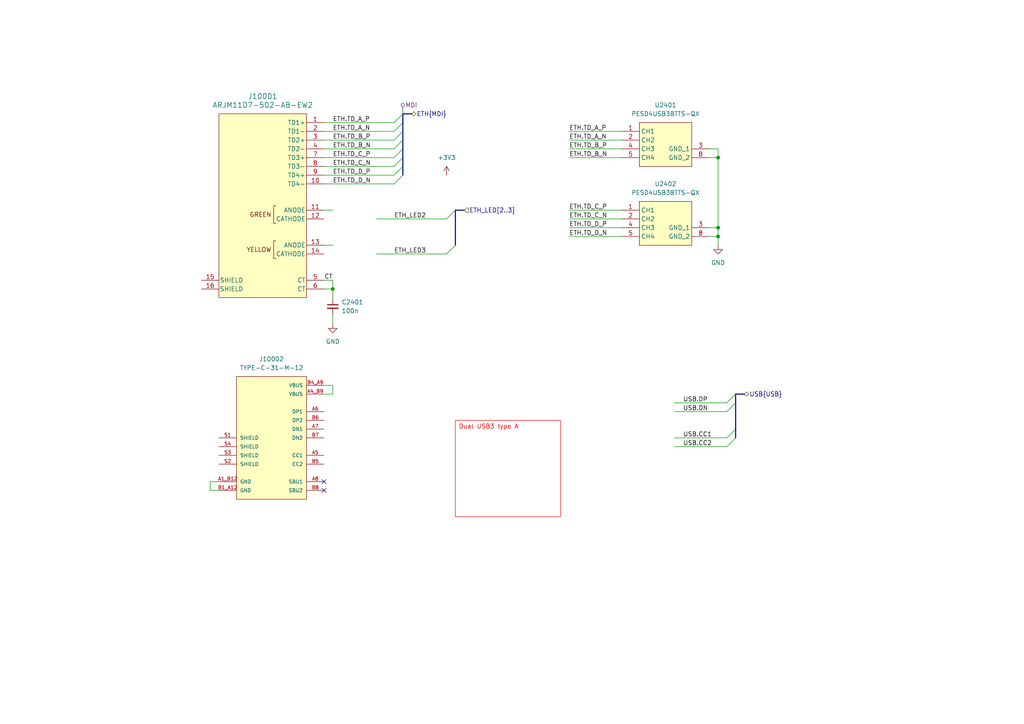
<source format=kicad_sch>
(kicad_sch
	(version 20250114)
	(generator "eeschema")
	(generator_version "9.0")
	(uuid "1ba8258f-488f-42a9-9792-ea177bcf3314")
	(paper "A4")
	(lib_symbols
		(symbol "Device:C_Small"
			(pin_numbers
				(hide yes)
			)
			(pin_names
				(offset 0.254)
				(hide yes)
			)
			(exclude_from_sim no)
			(in_bom yes)
			(on_board yes)
			(property "Reference" "C"
				(at 0.254 1.778 0)
				(effects
					(font
						(size 1.27 1.27)
					)
					(justify left)
				)
			)
			(property "Value" "C_Small"
				(at 0.254 -2.032 0)
				(effects
					(font
						(size 1.27 1.27)
					)
					(justify left)
				)
			)
			(property "Footprint" ""
				(at 0 0 0)
				(effects
					(font
						(size 1.27 1.27)
					)
					(hide yes)
				)
			)
			(property "Datasheet" "~"
				(at 0 0 0)
				(effects
					(font
						(size 1.27 1.27)
					)
					(hide yes)
				)
			)
			(property "Description" "Unpolarized capacitor, small symbol"
				(at 0 0 0)
				(effects
					(font
						(size 1.27 1.27)
					)
					(hide yes)
				)
			)
			(property "ki_keywords" "capacitor cap"
				(at 0 0 0)
				(effects
					(font
						(size 1.27 1.27)
					)
					(hide yes)
				)
			)
			(property "ki_fp_filters" "C_*"
				(at 0 0 0)
				(effects
					(font
						(size 1.27 1.27)
					)
					(hide yes)
				)
			)
			(symbol "C_Small_0_1"
				(polyline
					(pts
						(xy -1.524 0.508) (xy 1.524 0.508)
					)
					(stroke
						(width 0.3048)
						(type default)
					)
					(fill
						(type none)
					)
				)
				(polyline
					(pts
						(xy -1.524 -0.508) (xy 1.524 -0.508)
					)
					(stroke
						(width 0.3302)
						(type default)
					)
					(fill
						(type none)
					)
				)
			)
			(symbol "C_Small_1_1"
				(pin passive line
					(at 0 2.54 270)
					(length 2.032)
					(name "~"
						(effects
							(font
								(size 1.27 1.27)
							)
						)
					)
					(number "1"
						(effects
							(font
								(size 1.27 1.27)
							)
						)
					)
				)
				(pin passive line
					(at 0 -2.54 90)
					(length 2.032)
					(name "~"
						(effects
							(font
								(size 1.27 1.27)
							)
						)
					)
					(number "2"
						(effects
							(font
								(size 1.27 1.27)
							)
						)
					)
				)
			)
			(embedded_fonts no)
		)
		(symbol "ETH-CONN:ARJM11D7-502-AB-EW2"
			(pin_names
				(offset 0.254)
			)
			(exclude_from_sim no)
			(in_bom yes)
			(on_board yes)
			(property "Reference" "J"
				(at 0 5.08 0)
				(effects
					(font
						(size 1.524 1.524)
					)
				)
			)
			(property "Value" "ARJM11D7-502-AB-EW2"
				(at 0 2.54 0)
				(effects
					(font
						(size 1.524 1.524)
					)
				)
			)
			(property "Footprint" "project_footprints:ARJM11D7-502-AB-EW2_ABR"
				(at 0 -55.88 0)
				(effects
					(font
						(size 1.27 1.27)
						(italic yes)
					)
					(hide yes)
				)
			)
			(property "Datasheet" "https://abracon.com/Magnetics/ARJM11.pdf"
				(at 0 -58.42 0)
				(effects
					(font
						(size 1.27 1.27)
						(italic yes)
					)
					(hide yes)
				)
			)
			(property "Description" ""
				(at 0 0 0)
				(effects
					(font
						(size 1.27 1.27)
					)
					(hide yes)
				)
			)
			(property "ki_keywords" "ARJM11D7-502-AB-EW2"
				(at 0 0 0)
				(effects
					(font
						(size 1.27 1.27)
					)
					(hide yes)
				)
			)
			(property "ki_fp_filters" "ARJM11D7-502-AB-EW2_ABR"
				(at 0 0 0)
				(effects
					(font
						(size 1.27 1.27)
					)
					(hide yes)
				)
			)
			(symbol "ARJM11D7-502-AB-EW2_0_1"
				(polyline
					(pts
						(xy -3.81 -26.67) (xy -3.175 -26.67) (xy -3.175 -31.75) (xy -3.81 -31.75)
					)
					(stroke
						(width 0)
						(type default)
					)
					(fill
						(type none)
					)
				)
				(polyline
					(pts
						(xy -3.81 -36.83) (xy -3.175 -36.83) (xy -3.175 -41.91) (xy -3.81 -41.91)
					)
					(stroke
						(width 0)
						(type default)
					)
					(fill
						(type none)
					)
				)
				(pin bidirectional line
					(at -17.78 -2.54 0)
					(length 5.08)
					(name "TD1+"
						(effects
							(font
								(size 1.27 1.27)
							)
						)
					)
					(number "1"
						(effects
							(font
								(size 1.27 1.27)
							)
						)
					)
				)
				(pin bidirectional line
					(at -17.78 -5.08 0)
					(length 5.08)
					(name "TD1-"
						(effects
							(font
								(size 1.27 1.27)
							)
						)
					)
					(number "2"
						(effects
							(font
								(size 1.27 1.27)
							)
						)
					)
				)
				(pin bidirectional line
					(at -17.78 -7.62 0)
					(length 5.08)
					(name "TD2+"
						(effects
							(font
								(size 1.27 1.27)
							)
						)
					)
					(number "3"
						(effects
							(font
								(size 1.27 1.27)
							)
						)
					)
				)
				(pin bidirectional line
					(at -17.78 -10.16 0)
					(length 5.08)
					(name "TD2-"
						(effects
							(font
								(size 1.27 1.27)
							)
						)
					)
					(number "4"
						(effects
							(font
								(size 1.27 1.27)
							)
						)
					)
				)
				(pin bidirectional line
					(at -17.78 -12.7 0)
					(length 5.08)
					(name "TD3+"
						(effects
							(font
								(size 1.27 1.27)
							)
						)
					)
					(number "7"
						(effects
							(font
								(size 1.27 1.27)
							)
						)
					)
				)
				(pin bidirectional line
					(at -17.78 -15.24 0)
					(length 5.08)
					(name "TD3-"
						(effects
							(font
								(size 1.27 1.27)
							)
						)
					)
					(number "8"
						(effects
							(font
								(size 1.27 1.27)
							)
						)
					)
				)
				(pin bidirectional line
					(at -17.78 -17.78 0)
					(length 5.08)
					(name "TD4+"
						(effects
							(font
								(size 1.27 1.27)
							)
						)
					)
					(number "9"
						(effects
							(font
								(size 1.27 1.27)
							)
						)
					)
				)
				(pin bidirectional line
					(at -17.78 -20.32 0)
					(length 5.08)
					(name "TD4-"
						(effects
							(font
								(size 1.27 1.27)
							)
						)
					)
					(number "10"
						(effects
							(font
								(size 1.27 1.27)
							)
						)
					)
				)
				(pin passive line
					(at -17.78 -27.94 0)
					(length 5.08)
					(name "ANODE"
						(effects
							(font
								(size 1.27 1.27)
							)
						)
					)
					(number "11"
						(effects
							(font
								(size 1.27 1.27)
							)
						)
					)
				)
				(pin passive line
					(at -17.78 -30.48 0)
					(length 5.08)
					(name "CATHODE"
						(effects
							(font
								(size 1.27 1.27)
							)
						)
					)
					(number "12"
						(effects
							(font
								(size 1.27 1.27)
							)
						)
					)
				)
				(pin passive line
					(at -17.78 -38.1 0)
					(length 5.08)
					(name "ANODE"
						(effects
							(font
								(size 1.27 1.27)
							)
						)
					)
					(number "13"
						(effects
							(font
								(size 1.27 1.27)
							)
						)
					)
				)
				(pin passive line
					(at -17.78 -40.64 0)
					(length 5.08)
					(name "CATHODE"
						(effects
							(font
								(size 1.27 1.27)
							)
						)
					)
					(number "14"
						(effects
							(font
								(size 1.27 1.27)
							)
						)
					)
				)
				(pin passive line
					(at -17.78 -48.26 0)
					(length 5.08)
					(name "CT"
						(effects
							(font
								(size 1.27 1.27)
							)
						)
					)
					(number "5"
						(effects
							(font
								(size 1.27 1.27)
							)
						)
					)
				)
				(pin passive line
					(at -17.78 -50.8 0)
					(length 5.08)
					(name "CT"
						(effects
							(font
								(size 1.27 1.27)
							)
						)
					)
					(number "6"
						(effects
							(font
								(size 1.27 1.27)
							)
						)
					)
				)
			)
			(symbol "ARJM11D7-502-AB-EW2_1_1"
				(rectangle
					(start -12.7 0)
					(end 12.7 -53.34)
					(stroke
						(width 0)
						(type solid)
					)
					(fill
						(type background)
					)
				)
				(text "GREEN"
					(at -2.54 -29.21 0)
					(effects
						(font
							(size 1.27 1.27)
						)
						(justify left)
					)
				)
				(text "YELLOW"
					(at -2.54 -39.37 0)
					(effects
						(font
							(size 1.27 1.27)
						)
						(justify left)
					)
				)
				(pin passive line
					(at 17.78 -48.26 180)
					(length 5.08)
					(name "SHIELD"
						(effects
							(font
								(size 1.27 1.27)
							)
						)
					)
					(number "15"
						(effects
							(font
								(size 1.27 1.27)
							)
						)
					)
				)
				(pin passive line
					(at 17.78 -50.8 180)
					(length 5.08)
					(name "SHIELD"
						(effects
							(font
								(size 1.27 1.27)
							)
						)
					)
					(number "16"
						(effects
							(font
								(size 1.27 1.27)
							)
						)
					)
				)
			)
			(embedded_fonts no)
		)
		(symbol "TVS:PESD4USB3BTTS-QX"
			(exclude_from_sim no)
			(in_bom yes)
			(on_board yes)
			(property "Reference" "U"
				(at 0 5.08 0)
				(effects
					(font
						(size 1.27 1.27)
					)
				)
			)
			(property "Value" "PESD4USB3BTTS-QX"
				(at 0 2.54 0)
				(effects
					(font
						(size 1.27 1.27)
					)
				)
			)
			(property "Footprint" "project_footprints:PESD4USB3BTTSQX"
				(at 29.21 -94.92 0)
				(effects
					(font
						(size 1.27 1.27)
					)
					(justify left top)
					(hide yes)
				)
			)
			(property "Datasheet" "https://assets.nexperia.com/documents/data-sheet/PESD4USB3BTTS-Q.pdf"
				(at 29.21 -194.92 0)
				(effects
					(font
						(size 1.27 1.27)
					)
					(justify left top)
					(hide yes)
				)
			)
			(property "Description" "ESD protection for high-speed interfaces,10 terminals; 0.5 mm pitch; 2.5 mm x 1 mm x 0.75 mm body,DFN2510D-10 (SOT1165D)"
				(at 0 -38.1 0)
				(effects
					(font
						(size 1.27 1.27)
					)
					(hide yes)
				)
			)
			(property "Height" "0.8"
				(at 29.21 -394.92 0)
				(effects
					(font
						(size 1.27 1.27)
					)
					(justify left top)
					(hide yes)
				)
			)
			(property "Mouser Part Number" "771-PESD4USB3BTTS-QX"
				(at 29.21 -494.92 0)
				(effects
					(font
						(size 1.27 1.27)
					)
					(justify left top)
					(hide yes)
				)
			)
			(property "Mouser Price/Stock" "https://www.mouser.co.uk/ProductDetail/Nexperia/PESD4USB3BTTS-QX?qs=3Rah4i%252BhyCFJEPB%252BB9x8Uw%3D%3D"
				(at 29.21 -594.92 0)
				(effects
					(font
						(size 1.27 1.27)
					)
					(justify left top)
					(hide yes)
				)
			)
			(property "Manufacturer_Name" "Nexperia"
				(at 29.21 -694.92 0)
				(effects
					(font
						(size 1.27 1.27)
					)
					(justify left top)
					(hide yes)
				)
			)
			(property "Manufacturer_Part_Number" "PESD4USB3BTTS-QX"
				(at 29.21 -794.92 0)
				(effects
					(font
						(size 1.27 1.27)
					)
					(justify left top)
					(hide yes)
				)
			)
			(symbol "PESD4USB3BTTS-QX_1_1"
				(rectangle
					(start -7.62 0)
					(end 7.62 -12.7)
					(stroke
						(width 0)
						(type solid)
					)
					(fill
						(type background)
					)
				)
				(pin passive line
					(at -12.7 -2.54 0)
					(length 5.08)
					(name "CH1"
						(effects
							(font
								(size 1.27 1.27)
							)
						)
					)
					(number "1"
						(effects
							(font
								(size 1.27 1.27)
							)
						)
					)
				)
				(pin passive line
					(at -12.7 -2.54 0)
					(length 5.08)
					(hide yes)
					(name "NC"
						(effects
							(font
								(size 1.27 1.27)
							)
						)
					)
					(number "10"
						(effects
							(font
								(size 1.27 1.27)
							)
						)
					)
				)
				(pin passive line
					(at -12.7 -5.08 0)
					(length 5.08)
					(name "CH2"
						(effects
							(font
								(size 1.27 1.27)
							)
						)
					)
					(number "2"
						(effects
							(font
								(size 1.27 1.27)
							)
						)
					)
				)
				(pin passive line
					(at -12.7 -5.08 0)
					(length 5.08)
					(hide yes)
					(name "NC"
						(effects
							(font
								(size 1.27 1.27)
							)
						)
					)
					(number "9"
						(effects
							(font
								(size 1.27 1.27)
							)
						)
					)
				)
				(pin passive line
					(at -12.7 -7.62 0)
					(length 5.08)
					(name "CH3"
						(effects
							(font
								(size 1.27 1.27)
							)
						)
					)
					(number "4"
						(effects
							(font
								(size 1.27 1.27)
							)
						)
					)
				)
				(pin passive line
					(at -12.7 -7.62 0)
					(length 5.08)
					(hide yes)
					(name "NC"
						(effects
							(font
								(size 1.27 1.27)
							)
						)
					)
					(number "7"
						(effects
							(font
								(size 1.27 1.27)
							)
						)
					)
				)
				(pin passive line
					(at -12.7 -10.16 0)
					(length 5.08)
					(name "CH4"
						(effects
							(font
								(size 1.27 1.27)
							)
						)
					)
					(number "5"
						(effects
							(font
								(size 1.27 1.27)
							)
						)
					)
				)
				(pin passive line
					(at -12.7 -10.16 0)
					(length 5.08)
					(hide yes)
					(name "NC"
						(effects
							(font
								(size 1.27 1.27)
							)
						)
					)
					(number "6"
						(effects
							(font
								(size 1.27 1.27)
							)
						)
					)
				)
				(pin passive line
					(at 12.7 -7.62 180)
					(length 5.08)
					(name "GND_1"
						(effects
							(font
								(size 1.27 1.27)
							)
						)
					)
					(number "3"
						(effects
							(font
								(size 1.27 1.27)
							)
						)
					)
				)
				(pin passive line
					(at 12.7 -10.16 180)
					(length 5.08)
					(name "GND_2"
						(effects
							(font
								(size 1.27 1.27)
							)
						)
					)
					(number "8"
						(effects
							(font
								(size 1.27 1.27)
							)
						)
					)
				)
			)
			(embedded_fonts no)
		)
		(symbol "USB-CONN:TYPE-C-31-M-12"
			(pin_names
				(offset 1.016)
			)
			(exclude_from_sim no)
			(in_bom yes)
			(on_board yes)
			(property "Reference" "J"
				(at 0 16.51 0)
				(effects
					(font
						(size 1.27 1.27)
					)
					(justify bottom)
				)
			)
			(property "Value" "TYPE-C-31-M-12"
				(at 0 15.24 0)
				(effects
					(font
						(size 1.27 1.27)
					)
					(justify top)
				)
			)
			(property "Footprint" "project_footprints:TYPE-C-31-M-12"
				(at 0 -31.75 0)
				(effects
					(font
						(size 1.27 1.27)
					)
					(justify bottom)
					(hide yes)
				)
			)
			(property "Datasheet" ""
				(at 3.81 0 0)
				(effects
					(font
						(size 1.27 1.27)
					)
					(hide yes)
				)
			)
			(property "Description" ""
				(at 0 0 0)
				(effects
					(font
						(size 1.27 1.27)
					)
					(hide yes)
				)
			)
			(property "PARTREV" "2020.12.08"
				(at 0 -31.75 0)
				(effects
					(font
						(size 1.27 1.27)
					)
					(justify bottom)
					(hide yes)
				)
			)
			(property "MANUFACTURER" "HRO Electronics Co., Ltd."
				(at 0 -31.75 0)
				(effects
					(font
						(size 1.27 1.27)
					)
					(justify bottom)
					(hide yes)
				)
			)
			(property "SNAPEDA_PN" "TYPE-C-31-M-12"
				(at 0 -31.75 0)
				(effects
					(font
						(size 1.27 1.27)
					)
					(justify bottom)
					(hide yes)
				)
			)
			(property "MAXIMUM_PACKAGE_HEIGHT" "3.26 mm"
				(at 0 -31.75 0)
				(effects
					(font
						(size 1.27 1.27)
					)
					(justify bottom)
					(hide yes)
				)
			)
			(property "STANDARD" "Manufacturer Recommendations"
				(at 0 -31.75 0)
				(effects
					(font
						(size 1.27 1.27)
					)
					(justify bottom)
					(hide yes)
				)
			)
			(symbol "TYPE-C-31-M-12_0_0"
				(pin power_in line
					(at -15.24 10.16 0)
					(length 5.08)
					(name "VBUS"
						(effects
							(font
								(size 1.016 1.016)
							)
						)
					)
					(number "B4_A9"
						(effects
							(font
								(size 1.016 1.016)
							)
						)
					)
				)
				(pin power_in line
					(at -15.24 7.62 0)
					(length 5.08)
					(name "VBUS"
						(effects
							(font
								(size 1.016 1.016)
							)
						)
					)
					(number "A4_B9"
						(effects
							(font
								(size 1.016 1.016)
							)
						)
					)
				)
				(pin bidirectional line
					(at -15.24 2.54 0)
					(length 5.08)
					(name "DP1"
						(effects
							(font
								(size 1.016 1.016)
							)
						)
					)
					(number "A6"
						(effects
							(font
								(size 1.016 1.016)
							)
						)
					)
				)
				(pin bidirectional line
					(at -15.24 0 0)
					(length 5.08)
					(name "DP2"
						(effects
							(font
								(size 1.016 1.016)
							)
						)
					)
					(number "B6"
						(effects
							(font
								(size 1.016 1.016)
							)
						)
					)
				)
				(pin bidirectional line
					(at -15.24 -2.54 0)
					(length 5.08)
					(name "DN1"
						(effects
							(font
								(size 1.016 1.016)
							)
						)
					)
					(number "A7"
						(effects
							(font
								(size 1.016 1.016)
							)
						)
					)
				)
				(pin bidirectional line
					(at -15.24 -5.08 0)
					(length 5.08)
					(name "DN2"
						(effects
							(font
								(size 1.016 1.016)
							)
						)
					)
					(number "B7"
						(effects
							(font
								(size 1.016 1.016)
							)
						)
					)
				)
				(pin bidirectional line
					(at -15.24 -10.16 0)
					(length 5.08)
					(name "CC1"
						(effects
							(font
								(size 1.016 1.016)
							)
						)
					)
					(number "A5"
						(effects
							(font
								(size 1.016 1.016)
							)
						)
					)
				)
				(pin bidirectional line
					(at -15.24 -12.7 0)
					(length 5.08)
					(name "CC2"
						(effects
							(font
								(size 1.016 1.016)
							)
						)
					)
					(number "B5"
						(effects
							(font
								(size 1.016 1.016)
							)
						)
					)
				)
				(pin bidirectional line
					(at -15.24 -17.78 0)
					(length 5.08)
					(name "SBU1"
						(effects
							(font
								(size 1.016 1.016)
							)
						)
					)
					(number "A8"
						(effects
							(font
								(size 1.016 1.016)
							)
						)
					)
				)
				(pin bidirectional line
					(at -15.24 -20.32 0)
					(length 5.08)
					(name "SBU2"
						(effects
							(font
								(size 1.016 1.016)
							)
						)
					)
					(number "B8"
						(effects
							(font
								(size 1.016 1.016)
							)
						)
					)
				)
				(pin passive line
					(at 15.24 -7.62 180)
					(length 5.08)
					(name "SHIELD"
						(effects
							(font
								(size 1.016 1.016)
							)
						)
					)
					(number "S4"
						(effects
							(font
								(size 1.016 1.016)
							)
						)
					)
				)
				(pin passive line
					(at 15.24 -10.16 180)
					(length 5.08)
					(name "SHIELD"
						(effects
							(font
								(size 1.016 1.016)
							)
						)
					)
					(number "S3"
						(effects
							(font
								(size 1.016 1.016)
							)
						)
					)
				)
				(pin passive line
					(at 15.24 -12.7 180)
					(length 5.08)
					(name "SHIELD"
						(effects
							(font
								(size 1.016 1.016)
							)
						)
					)
					(number "S2"
						(effects
							(font
								(size 1.016 1.016)
							)
						)
					)
				)
				(pin power_in line
					(at 15.24 -17.78 180)
					(length 5.08)
					(name "GND"
						(effects
							(font
								(size 1.016 1.016)
							)
						)
					)
					(number "A1_B12"
						(effects
							(font
								(size 1.016 1.016)
							)
						)
					)
				)
				(pin power_in line
					(at 15.24 -20.32 180)
					(length 5.08)
					(name "GND"
						(effects
							(font
								(size 1.016 1.016)
							)
						)
					)
					(number "B1_A12"
						(effects
							(font
								(size 1.016 1.016)
							)
						)
					)
				)
			)
			(symbol "TYPE-C-31-M-12_1_0"
				(rectangle
					(start -10.16 12.7)
					(end 10.16 -22.86)
					(stroke
						(width 0)
						(type solid)
					)
					(fill
						(type background)
					)
				)
				(pin passive line
					(at 15.24 -5.08 180)
					(length 5.08)
					(name "SHIELD"
						(effects
							(font
								(size 1.016 1.016)
							)
						)
					)
					(number "S1"
						(effects
							(font
								(size 1.016 1.016)
							)
						)
					)
				)
			)
			(embedded_fonts no)
		)
		(symbol "power:+3V3"
			(power)
			(pin_numbers
				(hide yes)
			)
			(pin_names
				(offset 0)
				(hide yes)
			)
			(exclude_from_sim no)
			(in_bom yes)
			(on_board yes)
			(property "Reference" "#PWR"
				(at 0 -3.81 0)
				(effects
					(font
						(size 1.27 1.27)
					)
					(hide yes)
				)
			)
			(property "Value" "+3V3"
				(at 0 3.556 0)
				(effects
					(font
						(size 1.27 1.27)
					)
				)
			)
			(property "Footprint" ""
				(at 0 0 0)
				(effects
					(font
						(size 1.27 1.27)
					)
					(hide yes)
				)
			)
			(property "Datasheet" ""
				(at 0 0 0)
				(effects
					(font
						(size 1.27 1.27)
					)
					(hide yes)
				)
			)
			(property "Description" "Power symbol creates a global label with name \"+3V3\""
				(at 0 0 0)
				(effects
					(font
						(size 1.27 1.27)
					)
					(hide yes)
				)
			)
			(property "ki_keywords" "global power"
				(at 0 0 0)
				(effects
					(font
						(size 1.27 1.27)
					)
					(hide yes)
				)
			)
			(symbol "+3V3_0_1"
				(polyline
					(pts
						(xy -0.762 1.27) (xy 0 2.54)
					)
					(stroke
						(width 0)
						(type default)
					)
					(fill
						(type none)
					)
				)
				(polyline
					(pts
						(xy 0 2.54) (xy 0.762 1.27)
					)
					(stroke
						(width 0)
						(type default)
					)
					(fill
						(type none)
					)
				)
				(polyline
					(pts
						(xy 0 0) (xy 0 2.54)
					)
					(stroke
						(width 0)
						(type default)
					)
					(fill
						(type none)
					)
				)
			)
			(symbol "+3V3_1_1"
				(pin power_in line
					(at 0 0 90)
					(length 0)
					(name "~"
						(effects
							(font
								(size 1.27 1.27)
							)
						)
					)
					(number "1"
						(effects
							(font
								(size 1.27 1.27)
							)
						)
					)
				)
			)
			(embedded_fonts no)
		)
		(symbol "power:GND"
			(power)
			(pin_numbers
				(hide yes)
			)
			(pin_names
				(offset 0)
				(hide yes)
			)
			(exclude_from_sim no)
			(in_bom yes)
			(on_board yes)
			(property "Reference" "#PWR"
				(at 0 -6.35 0)
				(effects
					(font
						(size 1.27 1.27)
					)
					(hide yes)
				)
			)
			(property "Value" "GND"
				(at 0 -3.81 0)
				(effects
					(font
						(size 1.27 1.27)
					)
				)
			)
			(property "Footprint" ""
				(at 0 0 0)
				(effects
					(font
						(size 1.27 1.27)
					)
					(hide yes)
				)
			)
			(property "Datasheet" ""
				(at 0 0 0)
				(effects
					(font
						(size 1.27 1.27)
					)
					(hide yes)
				)
			)
			(property "Description" "Power symbol creates a global label with name \"GND\" , ground"
				(at 0 0 0)
				(effects
					(font
						(size 1.27 1.27)
					)
					(hide yes)
				)
			)
			(property "ki_keywords" "global power"
				(at 0 0 0)
				(effects
					(font
						(size 1.27 1.27)
					)
					(hide yes)
				)
			)
			(symbol "GND_0_1"
				(polyline
					(pts
						(xy 0 0) (xy 0 -1.27) (xy 1.27 -1.27) (xy 0 -2.54) (xy -1.27 -1.27) (xy 0 -1.27)
					)
					(stroke
						(width 0)
						(type default)
					)
					(fill
						(type none)
					)
				)
			)
			(symbol "GND_1_1"
				(pin power_in line
					(at 0 0 270)
					(length 0)
					(name "~"
						(effects
							(font
								(size 1.27 1.27)
							)
						)
					)
					(number "1"
						(effects
							(font
								(size 1.27 1.27)
							)
						)
					)
				)
			)
			(embedded_fonts no)
		)
	)
	(text_box "Dual USB3 type A"
		(exclude_from_sim no)
		(at 132.08 121.92 0)
		(size 30.48 27.94)
		(margins 0.9525 0.9525 0.9525 0.9525)
		(stroke
			(width 0)
			(type solid)
			(color 255 0 0 1)
		)
		(fill
			(type none)
		)
		(effects
			(font
				(size 1.27 1.27)
				(color 255 0 0 1)
			)
			(justify left top)
		)
		(uuid "0d4fc51d-7f0a-4014-bdaf-42d56a98f7d8")
	)
	(junction
		(at 208.28 45.72)
		(diameter 0)
		(color 0 0 0 0)
		(uuid "13de714c-d966-4ad0-a7e4-c084a1b673ee")
	)
	(junction
		(at 208.28 68.58)
		(diameter 0)
		(color 0 0 0 0)
		(uuid "25e7c782-7445-46f6-9202-a1782c01672a")
	)
	(junction
		(at 96.52 83.82)
		(diameter 0)
		(color 0 0 0 0)
		(uuid "3f07a388-f361-4734-aec0-e42de08b2d4f")
	)
	(junction
		(at 208.28 66.04)
		(diameter 0)
		(color 0 0 0 0)
		(uuid "f48644b2-a13e-40e2-8059-9585857fc22f")
	)
	(no_connect
		(at 93.98 139.7)
		(uuid "26bb204b-2e7b-460a-b25a-8a7f9fd4bc0f")
	)
	(no_connect
		(at 93.98 142.24)
		(uuid "72d20b42-6cd3-4707-9377-cd7be81c282e")
	)
	(bus_entry
		(at 213.36 114.3)
		(size -2.54 2.54)
		(stroke
			(width 0)
			(type default)
		)
		(uuid "12729d79-63d7-4236-a2e7-d5112847349c")
	)
	(bus_entry
		(at 116.84 50.8)
		(size -2.54 2.54)
		(stroke
			(width 0)
			(type default)
		)
		(uuid "2cdd0456-5e7f-4aac-a058-da5b3983fb3b")
	)
	(bus_entry
		(at 116.84 48.26)
		(size -2.54 2.54)
		(stroke
			(width 0)
			(type default)
		)
		(uuid "402b360a-904b-4de0-b5fc-995b714cd2a7")
	)
	(bus_entry
		(at 116.84 33.02)
		(size -2.54 2.54)
		(stroke
			(width 0)
			(type default)
		)
		(uuid "40af5fa9-7c0e-47fb-86a2-d628aae702cd")
	)
	(bus_entry
		(at 116.84 35.56)
		(size -2.54 2.54)
		(stroke
			(width 0)
			(type default)
		)
		(uuid "61654287-ae0c-4aa9-965d-78ea739882f0")
	)
	(bus_entry
		(at 116.84 43.18)
		(size -2.54 2.54)
		(stroke
			(width 0)
			(type default)
		)
		(uuid "6776b03e-eaa7-4e71-9c33-b3c5e12fb549")
	)
	(bus_entry
		(at 116.84 40.64)
		(size -2.54 2.54)
		(stroke
			(width 0)
			(type default)
		)
		(uuid "689b618a-8e32-45a8-afb8-58785e2ed292")
	)
	(bus_entry
		(at 132.08 71.12)
		(size -2.54 2.54)
		(stroke
			(width 0)
			(type default)
		)
		(uuid "6f70f994-469a-4380-b9fd-f1860ed9a091")
	)
	(bus_entry
		(at 116.84 45.72)
		(size -2.54 2.54)
		(stroke
			(width 0)
			(type default)
		)
		(uuid "92382244-6da8-4029-ae34-bd3fcbf5f39a")
	)
	(bus_entry
		(at 213.36 127)
		(size -2.54 2.54)
		(stroke
			(width 0)
			(type default)
		)
		(uuid "a966cf60-9002-46cf-9ec3-6a4123b972fe")
	)
	(bus_entry
		(at 116.84 38.1)
		(size -2.54 2.54)
		(stroke
			(width 0)
			(type default)
		)
		(uuid "ab54babc-119d-48ad-8cf8-04d1e0608f8b")
	)
	(bus_entry
		(at 132.08 60.96)
		(size -2.54 2.54)
		(stroke
			(width 0)
			(type default)
		)
		(uuid "dde5a55a-1e4e-408b-9525-5a142a3f3566")
	)
	(bus_entry
		(at 213.36 116.84)
		(size -2.54 2.54)
		(stroke
			(width 0)
			(type default)
		)
		(uuid "ef2fc975-9c61-403b-9636-7d23ffff9833")
	)
	(bus_entry
		(at 213.36 124.46)
		(size -2.54 2.54)
		(stroke
			(width 0)
			(type default)
		)
		(uuid "f48adc51-0f7b-4145-8443-2a1ba60d78d1")
	)
	(wire
		(pts
			(xy 195.58 119.38) (xy 210.82 119.38)
		)
		(stroke
			(width 0)
			(type default)
		)
		(uuid "03d029a4-e514-449f-aced-460e61e5af3a")
	)
	(bus
		(pts
			(xy 116.84 38.1) (xy 116.84 40.64)
		)
		(stroke
			(width 0)
			(type default)
		)
		(uuid "07687a96-187f-4b63-a083-844c694a465f")
	)
	(wire
		(pts
			(xy 96.52 91.44) (xy 96.52 93.98)
		)
		(stroke
			(width 0)
			(type default)
		)
		(uuid "0786a70f-9838-4a9a-aa0f-38c586e62667")
	)
	(wire
		(pts
			(xy 93.98 48.26) (xy 114.3 48.26)
		)
		(stroke
			(width 0)
			(type default)
		)
		(uuid "0bfd0a4a-09f2-41fc-8dca-9f06126b403c")
	)
	(wire
		(pts
			(xy 165.1 68.58) (xy 180.34 68.58)
		)
		(stroke
			(width 0)
			(type default)
		)
		(uuid "16f50bd2-f6ae-4f4b-ac85-649580e007d6")
	)
	(wire
		(pts
			(xy 93.98 35.56) (xy 114.3 35.56)
		)
		(stroke
			(width 0)
			(type default)
		)
		(uuid "1d977c33-374b-4d57-a340-7d4f006398af")
	)
	(wire
		(pts
			(xy 93.98 45.72) (xy 114.3 45.72)
		)
		(stroke
			(width 0)
			(type default)
		)
		(uuid "1e088960-baf0-418e-aaec-720bce1acc82")
	)
	(wire
		(pts
			(xy 96.52 83.82) (xy 96.52 86.36)
		)
		(stroke
			(width 0)
			(type default)
		)
		(uuid "23026891-6e6b-4ae8-844a-f0e453bb00ab")
	)
	(wire
		(pts
			(xy 96.52 81.28) (xy 93.98 81.28)
		)
		(stroke
			(width 0)
			(type default)
		)
		(uuid "278a5cdb-b604-447f-b8a9-801a038e7a22")
	)
	(wire
		(pts
			(xy 93.98 111.76) (xy 96.52 111.76)
		)
		(stroke
			(width 0)
			(type default)
		)
		(uuid "2a329cc0-3f8d-4fd7-bce4-a4cd1e716f3b")
	)
	(wire
		(pts
			(xy 195.58 116.84) (xy 210.82 116.84)
		)
		(stroke
			(width 0)
			(type default)
		)
		(uuid "2bcdb085-2af3-4c76-807d-1f8b57e50585")
	)
	(wire
		(pts
			(xy 208.28 45.72) (xy 205.74 45.72)
		)
		(stroke
			(width 0)
			(type default)
		)
		(uuid "30c90e7f-1c93-4e43-a40a-6dd30560a513")
	)
	(wire
		(pts
			(xy 93.98 83.82) (xy 96.52 83.82)
		)
		(stroke
			(width 0)
			(type default)
		)
		(uuid "39c6495b-06d2-41a9-9e21-c80b4e27db20")
	)
	(wire
		(pts
			(xy 63.5 139.7) (xy 60.96 139.7)
		)
		(stroke
			(width 0)
			(type default)
		)
		(uuid "429699fb-499b-4334-80fe-e84ae7ac5121")
	)
	(wire
		(pts
			(xy 165.1 38.1) (xy 180.34 38.1)
		)
		(stroke
			(width 0)
			(type default)
		)
		(uuid "44cd2b0f-a8a6-432f-a57c-3fa9a9cac281")
	)
	(wire
		(pts
			(xy 195.58 127) (xy 210.82 127)
		)
		(stroke
			(width 0)
			(type default)
		)
		(uuid "476425c2-8b37-4931-974b-ec533498eabe")
	)
	(bus
		(pts
			(xy 116.84 43.18) (xy 116.84 45.72)
		)
		(stroke
			(width 0)
			(type default)
		)
		(uuid "5f66deff-d9b0-4c7d-b6e5-ed79ed32f31b")
	)
	(wire
		(pts
			(xy 195.58 129.54) (xy 210.82 129.54)
		)
		(stroke
			(width 0)
			(type default)
		)
		(uuid "5ffb4000-8fa9-4348-8ded-75968525700a")
	)
	(wire
		(pts
			(xy 208.28 66.04) (xy 205.74 66.04)
		)
		(stroke
			(width 0)
			(type default)
		)
		(uuid "691fddb3-8d6b-4fd7-8180-e841d6fbf76f")
	)
	(wire
		(pts
			(xy 93.98 38.1) (xy 114.3 38.1)
		)
		(stroke
			(width 0)
			(type default)
		)
		(uuid "6a31be9b-5bae-469c-adbc-612c5400dcc5")
	)
	(bus
		(pts
			(xy 213.36 116.84) (xy 213.36 124.46)
		)
		(stroke
			(width 0)
			(type default)
		)
		(uuid "77ce13ce-fb84-4047-88e8-3a59aa956e85")
	)
	(bus
		(pts
			(xy 116.84 45.72) (xy 116.84 48.26)
		)
		(stroke
			(width 0)
			(type default)
		)
		(uuid "805bf027-8975-44ff-925b-9b0bfb6c3ac7")
	)
	(wire
		(pts
			(xy 165.1 45.72) (xy 180.34 45.72)
		)
		(stroke
			(width 0)
			(type default)
		)
		(uuid "82a8cbd3-df0a-4a69-b437-c2d443afd65e")
	)
	(wire
		(pts
			(xy 93.98 50.8) (xy 114.3 50.8)
		)
		(stroke
			(width 0)
			(type default)
		)
		(uuid "86285c91-86c0-4c57-8e9e-0533f70815fe")
	)
	(bus
		(pts
			(xy 116.84 40.64) (xy 116.84 43.18)
		)
		(stroke
			(width 0)
			(type default)
		)
		(uuid "88f0bdfd-d1ee-4ad7-ae4b-5cc59946abf8")
	)
	(wire
		(pts
			(xy 208.28 43.18) (xy 208.28 45.72)
		)
		(stroke
			(width 0)
			(type default)
		)
		(uuid "928ec9a9-aa41-47bf-930f-009ba9e0d047")
	)
	(bus
		(pts
			(xy 119.38 33.02) (xy 116.84 33.02)
		)
		(stroke
			(width 0)
			(type default)
		)
		(uuid "933c5909-8327-475f-b3bf-c2c990517b83")
	)
	(bus
		(pts
			(xy 134.62 60.96) (xy 132.08 60.96)
		)
		(stroke
			(width 0)
			(type default)
		)
		(uuid "a978eff2-ece1-4496-9234-c6c1cff6f3ef")
	)
	(wire
		(pts
			(xy 93.98 60.96) (xy 96.52 60.96)
		)
		(stroke
			(width 0)
			(type default)
		)
		(uuid "adf95537-2900-43cf-b057-ef71bc1e111f")
	)
	(bus
		(pts
			(xy 213.36 114.3) (xy 213.36 116.84)
		)
		(stroke
			(width 0)
			(type default)
		)
		(uuid "b0c52e7c-4443-4ab7-a31b-adcbafdf67ca")
	)
	(bus
		(pts
			(xy 215.9 114.3) (xy 213.36 114.3)
		)
		(stroke
			(width 0)
			(type default)
		)
		(uuid "b1684491-badc-4254-8626-3cfcbaf33815")
	)
	(wire
		(pts
			(xy 96.52 83.82) (xy 96.52 81.28)
		)
		(stroke
			(width 0)
			(type default)
		)
		(uuid "b45bbf78-9aac-47bc-83de-6a854c05d166")
	)
	(wire
		(pts
			(xy 208.28 45.72) (xy 208.28 66.04)
		)
		(stroke
			(width 0)
			(type default)
		)
		(uuid "b6918ba1-d834-4068-be66-35c0ed02823d")
	)
	(wire
		(pts
			(xy 165.1 66.04) (xy 180.34 66.04)
		)
		(stroke
			(width 0)
			(type default)
		)
		(uuid "b81333b4-c920-4caf-b963-f8b269ebd9be")
	)
	(wire
		(pts
			(xy 165.1 40.64) (xy 180.34 40.64)
		)
		(stroke
			(width 0)
			(type default)
		)
		(uuid "bf266aa1-748f-4548-87cd-85ec48904bfa")
	)
	(wire
		(pts
			(xy 208.28 68.58) (xy 208.28 71.12)
		)
		(stroke
			(width 0)
			(type default)
		)
		(uuid "c030aa14-6b47-43c2-9a82-d375ef68dbaf")
	)
	(wire
		(pts
			(xy 165.1 43.18) (xy 180.34 43.18)
		)
		(stroke
			(width 0)
			(type default)
		)
		(uuid "c0fb87b1-2b70-4cbf-b922-b093641a311c")
	)
	(wire
		(pts
			(xy 205.74 43.18) (xy 208.28 43.18)
		)
		(stroke
			(width 0)
			(type default)
		)
		(uuid "c7ee2d0a-e170-468b-ae8c-a313f7ec637f")
	)
	(wire
		(pts
			(xy 93.98 114.3) (xy 96.52 114.3)
		)
		(stroke
			(width 0)
			(type default)
		)
		(uuid "cdeff728-e9d1-4758-911e-f4d7c7b03206")
	)
	(wire
		(pts
			(xy 60.96 139.7) (xy 60.96 142.24)
		)
		(stroke
			(width 0)
			(type default)
		)
		(uuid "cf71c7c4-4820-402f-966c-f49cb43da873")
	)
	(bus
		(pts
			(xy 213.36 124.46) (xy 213.36 127)
		)
		(stroke
			(width 0)
			(type default)
		)
		(uuid "cf85dbc8-4523-4189-9a7e-f644b1e3c27f")
	)
	(wire
		(pts
			(xy 208.28 66.04) (xy 208.28 68.58)
		)
		(stroke
			(width 0)
			(type default)
		)
		(uuid "d5246bc1-d180-46d6-a32a-6d8d6b02f1d2")
	)
	(wire
		(pts
			(xy 109.22 63.5) (xy 129.54 63.5)
		)
		(stroke
			(width 0)
			(type default)
		)
		(uuid "d54ee929-ebec-4a71-8389-4314c41c325a")
	)
	(bus
		(pts
			(xy 132.08 60.96) (xy 132.08 71.12)
		)
		(stroke
			(width 0)
			(type default)
		)
		(uuid "e03b1b82-748b-4392-a461-dd7410a2796d")
	)
	(bus
		(pts
			(xy 116.84 35.56) (xy 116.84 38.1)
		)
		(stroke
			(width 0)
			(type default)
		)
		(uuid "e5fc26f9-1ec2-48e2-a6a1-765b5af1cc74")
	)
	(bus
		(pts
			(xy 116.84 33.02) (xy 116.84 35.56)
		)
		(stroke
			(width 0)
			(type default)
		)
		(uuid "e7f1e6ff-c3ce-47ac-bd29-e72cd53ee537")
	)
	(wire
		(pts
			(xy 165.1 63.5) (xy 180.34 63.5)
		)
		(stroke
			(width 0)
			(type default)
		)
		(uuid "e8540c14-1aed-4a4d-9f8a-a0b86b09e51a")
	)
	(wire
		(pts
			(xy 208.28 68.58) (xy 205.74 68.58)
		)
		(stroke
			(width 0)
			(type default)
		)
		(uuid "ebf05076-35a4-43be-ab68-1cd64df2c9ec")
	)
	(wire
		(pts
			(xy 165.1 60.96) (xy 180.34 60.96)
		)
		(stroke
			(width 0)
			(type default)
		)
		(uuid "eda559c1-a09f-44f5-ac33-ce3f4b98e0cc")
	)
	(wire
		(pts
			(xy 96.52 111.76) (xy 96.52 114.3)
		)
		(stroke
			(width 0)
			(type default)
		)
		(uuid "eecc9176-58fa-4c76-930d-c7515feb4b3b")
	)
	(wire
		(pts
			(xy 93.98 71.12) (xy 96.52 71.12)
		)
		(stroke
			(width 0)
			(type default)
		)
		(uuid "ef05c329-bd39-45c9-b136-7d3acadb1c26")
	)
	(wire
		(pts
			(xy 60.96 142.24) (xy 63.5 142.24)
		)
		(stroke
			(width 0)
			(type default)
		)
		(uuid "f14b802c-cb81-4823-ae82-b23edb2feecf")
	)
	(wire
		(pts
			(xy 93.98 53.34) (xy 114.3 53.34)
		)
		(stroke
			(width 0)
			(type default)
		)
		(uuid "f59a1feb-5697-4da7-bd13-431b575cf5bb")
	)
	(bus
		(pts
			(xy 116.84 48.26) (xy 116.84 50.8)
		)
		(stroke
			(width 0)
			(type default)
		)
		(uuid "f6377a05-4998-4a3a-be0b-fc9219152fc8")
	)
	(wire
		(pts
			(xy 93.98 40.64) (xy 114.3 40.64)
		)
		(stroke
			(width 0)
			(type default)
		)
		(uuid "fbc99a5b-6b7f-420a-9161-01eb7cc3f404")
	)
	(wire
		(pts
			(xy 93.98 43.18) (xy 114.3 43.18)
		)
		(stroke
			(width 0)
			(type default)
		)
		(uuid "fc40a93c-028e-4e5a-bd98-0a29104f3c52")
	)
	(wire
		(pts
			(xy 109.22 73.66) (xy 129.54 73.66)
		)
		(stroke
			(width 0)
			(type default)
		)
		(uuid "fc4f101a-b3c0-4767-ad3a-3794545a162b")
	)
	(label "CT"
		(at 96.52 81.28 180)
		(effects
			(font
				(size 1.27 1.27)
			)
			(justify right bottom)
		)
		(uuid "03f63996-e3ab-4251-8e0e-3f1997109029")
	)
	(label "ETH.TD_B_P"
		(at 165.1 43.18 0)
		(effects
			(font
				(size 1.27 1.27)
			)
			(justify left bottom)
		)
		(uuid "14d29ee6-60bf-4da5-b21d-a26dcc8bc703")
	)
	(label "ETH.TD_A_N"
		(at 165.1 40.64 0)
		(effects
			(font
				(size 1.27 1.27)
			)
			(justify left bottom)
		)
		(uuid "20b8d26a-e318-406b-9d33-9e9655438719")
	)
	(label "ETH.TD_D_N"
		(at 96.52 53.34 0)
		(effects
			(font
				(size 1.27 1.27)
			)
			(justify left bottom)
		)
		(uuid "2558ea7f-00fc-4898-af29-274e6d8ae2d2")
	)
	(label "ETH.TD_B_N"
		(at 165.1 45.72 0)
		(effects
			(font
				(size 1.27 1.27)
			)
			(justify left bottom)
		)
		(uuid "2bf036cd-933e-4290-8af1-eb0519eebd54")
	)
	(label "ETH.TD_A_P"
		(at 96.52 35.56 0)
		(effects
			(font
				(size 1.27 1.27)
			)
			(justify left bottom)
		)
		(uuid "3302b220-97af-440d-8dec-07f1746cd7ef")
	)
	(label "ETH_LED3"
		(at 114.3 73.66 0)
		(effects
			(font
				(size 1.27 1.27)
			)
			(justify left bottom)
		)
		(uuid "3bbba851-c56e-4861-a49b-39fa5385fe32")
	)
	(label "ETH.TD_D_N"
		(at 165.1 68.58 0)
		(effects
			(font
				(size 1.27 1.27)
			)
			(justify left bottom)
		)
		(uuid "41645649-04ac-46f7-9cb9-21b653a924be")
	)
	(label "ETH.TD_A_P"
		(at 165.1 38.1 0)
		(effects
			(font
				(size 1.27 1.27)
			)
			(justify left bottom)
		)
		(uuid "45e93d01-6c97-44ef-8972-fcc6046f2497")
	)
	(label "USB.DP"
		(at 198.12 116.84 0)
		(effects
			(font
				(size 1.27 1.27)
			)
			(justify left bottom)
		)
		(uuid "539334ac-2b7f-4f7a-ba37-4093e78f2430")
	)
	(label "ETH.TD_B_N"
		(at 96.52 43.18 0)
		(effects
			(font
				(size 1.27 1.27)
			)
			(justify left bottom)
		)
		(uuid "7edaee9c-7384-4ac8-bd57-98265cee7e26")
	)
	(label "ETH.TD_C_N"
		(at 96.52 48.26 0)
		(effects
			(font
				(size 1.27 1.27)
			)
			(justify left bottom)
		)
		(uuid "832a0cd9-9062-4004-b545-9cb149e41439")
	)
	(label "ETH.TD_C_P"
		(at 96.52 45.72 0)
		(effects
			(font
				(size 1.27 1.27)
			)
			(justify left bottom)
		)
		(uuid "940044b0-7f28-4a95-b771-64a7c57751fd")
	)
	(label "USB.CC2"
		(at 198.12 129.54 0)
		(effects
			(font
				(size 1.27 1.27)
			)
			(justify left bottom)
		)
		(uuid "a16c546b-230e-4bf9-81b5-2dac2b4eb380")
	)
	(label "ETH.TD_C_P"
		(at 165.1 60.96 0)
		(effects
			(font
				(size 1.27 1.27)
			)
			(justify left bottom)
		)
		(uuid "b6d51bd6-304c-42d9-82af-18604e01f53c")
	)
	(label "USB.CC1"
		(at 198.12 127 0)
		(effects
			(font
				(size 1.27 1.27)
			)
			(justify left bottom)
		)
		(uuid "c18dbac4-e922-489f-b202-cf53167522ba")
	)
	(label "ETH_LED2"
		(at 114.3 63.5 0)
		(effects
			(font
				(size 1.27 1.27)
			)
			(justify left bottom)
		)
		(uuid "cf6f3a1d-6324-4e9a-8c5b-d8088586d32a")
	)
	(label "ETH.TD_D_P"
		(at 96.52 50.8 0)
		(effects
			(font
				(size 1.27 1.27)
			)
			(justify left bottom)
		)
		(uuid "ea0d46f2-45b3-458b-89fd-3fcac0812147")
	)
	(label "ETH.TD_C_N"
		(at 165.1 63.5 0)
		(effects
			(font
				(size 1.27 1.27)
			)
			(justify left bottom)
		)
		(uuid "eefde072-2595-43fd-bce0-024f06005dea")
	)
	(label "ETH.TD_A_N"
		(at 96.52 38.1 0)
		(effects
			(font
				(size 1.27 1.27)
			)
			(justify left bottom)
		)
		(uuid "f69b7cc9-d23f-47dc-8d23-e4dae3f5ee01")
	)
	(label "ETH.TD_D_P"
		(at 165.1 66.04 0)
		(effects
			(font
				(size 1.27 1.27)
			)
			(justify left bottom)
		)
		(uuid "f90ad098-bcf2-43cf-87e9-8fc61eda5bf3")
	)
	(label "ETH.TD_B_P"
		(at 96.52 40.64 0)
		(effects
			(font
				(size 1.27 1.27)
			)
			(justify left bottom)
		)
		(uuid "fb693357-be81-48a1-bee8-1852d084acec")
	)
	(label "USB.DN"
		(at 198.12 119.38 0)
		(effects
			(font
				(size 1.27 1.27)
			)
			(justify left bottom)
		)
		(uuid "fcd04ad6-915c-475d-af58-cbd1eff46721")
	)
	(hierarchical_label "ETH_LED[2..3]"
		(shape input)
		(at 134.62 60.96 0)
		(effects
			(font
				(size 1.27 1.27)
			)
			(justify left)
		)
		(uuid "05ff5e46-f592-4cd2-8bb7-7d7875ec3bed")
	)
	(hierarchical_label "USB{USB}"
		(shape bidirectional)
		(at 215.9 114.3 0)
		(effects
			(font
				(size 1.27 1.27)
			)
			(justify left)
		)
		(uuid "7c867690-48aa-4adb-bb1c-cc5870759de9")
	)
	(hierarchical_label "ETH{MDI}"
		(shape bidirectional)
		(at 119.38 33.02 0)
		(effects
			(font
				(size 1.27 1.27)
			)
			(justify left)
		)
		(uuid "d21b9679-9526-40b6-a595-3b4bd5a5e663")
	)
	(netclass_flag ""
		(length 2.54)
		(shape round)
		(at 116.84 33.02 0)
		(fields_autoplaced yes)
		(effects
			(font
				(size 1.27 1.27)
			)
			(justify left bottom)
		)
		(uuid "a3edd0be-7269-44c8-8d1e-4e82afdeaf43")
		(property "Netclass" "MDI"
			(at 117.5385 30.48 0)
			(effects
				(font
					(size 1.27 1.27)
				)
				(justify left)
			)
		)
		(property "Component Class" ""
			(at -114.3 -17.78 0)
			(effects
				(font
					(size 1.27 1.27)
					(italic yes)
				)
			)
		)
	)
	(symbol
		(lib_id "power:GND")
		(at 208.28 71.12 0)
		(mirror y)
		(unit 1)
		(exclude_from_sim no)
		(in_bom yes)
		(on_board yes)
		(dnp no)
		(fields_autoplaced yes)
		(uuid "20a5b8f5-ed20-4e52-a08f-89a06fa6f6a9")
		(property "Reference" "#PWR2415"
			(at 208.28 77.47 0)
			(effects
				(font
					(size 1.27 1.27)
				)
				(hide yes)
			)
		)
		(property "Value" "GND"
			(at 208.28 76.2 0)
			(effects
				(font
					(size 1.27 1.27)
				)
			)
		)
		(property "Footprint" ""
			(at 208.28 71.12 0)
			(effects
				(font
					(size 1.27 1.27)
				)
				(hide yes)
			)
		)
		(property "Datasheet" ""
			(at 208.28 71.12 0)
			(effects
				(font
					(size 1.27 1.27)
				)
				(hide yes)
			)
		)
		(property "Description" "Power symbol creates a global label with name \"GND\" , ground"
			(at 208.28 71.12 0)
			(effects
				(font
					(size 1.27 1.27)
				)
				(hide yes)
			)
		)
		(pin "1"
			(uuid "f4bef18a-d21c-4e22-9287-e4b0b12d0483")
		)
		(instances
			(project "jabr-control-v1"
				(path "/f91ec272-d09a-4038-bbbb-962739a92c51/adc0b005-3094-4656-96e7-4ee9fb2ab719"
					(reference "#PWR2415")
					(unit 1)
				)
			)
		)
	)
	(symbol
		(lib_id "Device:C_Small")
		(at 96.52 88.9 0)
		(unit 1)
		(exclude_from_sim no)
		(in_bom yes)
		(on_board yes)
		(dnp no)
		(uuid "472b28d0-268c-4c26-b3c4-306b37fbafb5")
		(property "Reference" "C2401"
			(at 99.06 87.6362 0)
			(effects
				(font
					(size 1.27 1.27)
				)
				(justify left)
			)
		)
		(property "Value" "100n"
			(at 99.06 90.1762 0)
			(effects
				(font
					(size 1.27 1.27)
				)
				(justify left)
			)
		)
		(property "Footprint" "Capacitor_SMD:C_0402_1005Metric"
			(at 96.52 88.9 0)
			(effects
				(font
					(size 1.27 1.27)
				)
				(hide yes)
			)
		)
		(property "Datasheet" "~"
			(at 96.52 88.9 0)
			(effects
				(font
					(size 1.27 1.27)
				)
				(hide yes)
			)
		)
		(property "Description" "Unpolarized capacitor, small symbol"
			(at 96.52 88.9 0)
			(effects
				(font
					(size 1.27 1.27)
				)
				(hide yes)
			)
		)
		(pin "1"
			(uuid "5f714153-4267-4fe0-b330-b1fcf7b88e11")
		)
		(pin "2"
			(uuid "0055daef-ac64-4dcf-82d2-c46eb22bc6f1")
		)
		(instances
			(project "jabr-control-v1"
				(path "/f91ec272-d09a-4038-bbbb-962739a92c51/adc0b005-3094-4656-96e7-4ee9fb2ab719"
					(reference "C2401")
					(unit 1)
				)
			)
		)
	)
	(symbol
		(lib_id "USB-CONN:TYPE-C-31-M-12")
		(at 78.74 121.92 0)
		(mirror y)
		(unit 1)
		(exclude_from_sim no)
		(in_bom yes)
		(on_board yes)
		(dnp no)
		(uuid "701591ff-e331-4259-9a14-ff62d2796ae1")
		(property "Reference" "J10002"
			(at 78.74 104.14 0)
			(effects
				(font
					(size 1.27 1.27)
				)
			)
		)
		(property "Value" "TYPE-C-31-M-12"
			(at 78.74 106.68 0)
			(effects
				(font
					(size 1.27 1.27)
				)
			)
		)
		(property "Footprint" "project_footprints:TYPE-C-31-M-12"
			(at 78.74 153.67 0)
			(effects
				(font
					(size 1.27 1.27)
				)
				(justify bottom)
				(hide yes)
			)
		)
		(property "Datasheet" ""
			(at 74.93 121.92 0)
			(effects
				(font
					(size 1.27 1.27)
				)
				(hide yes)
			)
		)
		(property "Description" ""
			(at 78.74 121.92 0)
			(effects
				(font
					(size 1.27 1.27)
				)
				(hide yes)
			)
		)
		(property "PARTREV" "2020.12.08"
			(at 78.74 153.67 0)
			(effects
				(font
					(size 1.27 1.27)
				)
				(justify bottom)
				(hide yes)
			)
		)
		(property "MANUFACTURER" "HRO Electronics Co., Ltd."
			(at 78.74 153.67 0)
			(effects
				(font
					(size 1.27 1.27)
				)
				(justify bottom)
				(hide yes)
			)
		)
		(property "SNAPEDA_PN" "TYPE-C-31-M-12"
			(at 78.74 153.67 0)
			(effects
				(font
					(size 1.27 1.27)
				)
				(justify bottom)
				(hide yes)
			)
		)
		(property "MAXIMUM_PACKAGE_HEIGHT" "3.26 mm"
			(at 78.74 153.67 0)
			(effects
				(font
					(size 1.27 1.27)
				)
				(justify bottom)
				(hide yes)
			)
		)
		(property "STANDARD" "Manufacturer Recommendations"
			(at 78.74 153.67 0)
			(effects
				(font
					(size 1.27 1.27)
				)
				(justify bottom)
				(hide yes)
			)
		)
		(pin "A6"
			(uuid "f357b22b-8c90-4ae8-b782-90d232e58693")
		)
		(pin "S1"
			(uuid "87b1316b-a84b-4603-956f-a48772de64d0")
		)
		(pin "B5"
			(uuid "b7389e4c-9012-4d34-ba75-525437ee23b7")
		)
		(pin "A7"
			(uuid "108b1fba-eaf5-4730-9ad6-113244ce17b4")
		)
		(pin "B6"
			(uuid "df77995e-8e20-4135-bdc5-d6fa8819f8fe")
		)
		(pin "A5"
			(uuid "169e0491-c841-4f65-9399-c4481fe5d673")
		)
		(pin "B8"
			(uuid "ab654631-1f73-4d33-8fff-c8f62c345ece")
		)
		(pin "S3"
			(uuid "635b8921-7b73-458c-a905-f4fe19f8a202")
		)
		(pin "S2"
			(uuid "e831f0c9-0cea-40f9-a7c0-e3109b2a37ed")
		)
		(pin "B1_A12"
			(uuid "2b8c00a1-fe05-4c02-a989-077a5cd64e27")
		)
		(pin "A4_B9"
			(uuid "f487c448-fb16-4f88-905c-5142b8ecae90")
		)
		(pin "A8"
			(uuid "8777564e-60aa-434b-9c48-331e1d4f90fd")
		)
		(pin "B7"
			(uuid "692035cb-9240-4a00-a51f-77de6228b007")
		)
		(pin "B4_A9"
			(uuid "48f37a75-a323-404b-b807-c4ce6c91192e")
		)
		(pin "S4"
			(uuid "b4aa83e9-c9b1-4eb1-829e-82b5223cd52b")
		)
		(pin "A1_B12"
			(uuid "eb9c4f51-24d3-4fc6-a66c-2f12b9389c04")
		)
		(instances
			(project ""
				(path "/f91ec272-d09a-4038-bbbb-962739a92c51/adc0b005-3094-4656-96e7-4ee9fb2ab719"
					(reference "J10002")
					(unit 1)
				)
			)
		)
	)
	(symbol
		(lib_id "power:+3V3")
		(at 129.54 50.8 0)
		(unit 1)
		(exclude_from_sim no)
		(in_bom yes)
		(on_board yes)
		(dnp no)
		(fields_autoplaced yes)
		(uuid "8a5eeb41-a008-4a5f-8312-9dc01bd13922")
		(property "Reference" "#PWR010001"
			(at 129.54 54.61 0)
			(effects
				(font
					(size 1.27 1.27)
				)
				(hide yes)
			)
		)
		(property "Value" "+3V3"
			(at 129.54 45.72 0)
			(effects
				(font
					(size 1.27 1.27)
				)
			)
		)
		(property "Footprint" ""
			(at 129.54 50.8 0)
			(effects
				(font
					(size 1.27 1.27)
				)
				(hide yes)
			)
		)
		(property "Datasheet" ""
			(at 129.54 50.8 0)
			(effects
				(font
					(size 1.27 1.27)
				)
				(hide yes)
			)
		)
		(property "Description" "Power symbol creates a global label with name \"+3V3\""
			(at 129.54 50.8 0)
			(effects
				(font
					(size 1.27 1.27)
				)
				(hide yes)
			)
		)
		(pin "1"
			(uuid "173392b8-0f4a-4d97-a324-3204df1e883d")
		)
		(instances
			(project ""
				(path "/f91ec272-d09a-4038-bbbb-962739a92c51/adc0b005-3094-4656-96e7-4ee9fb2ab719"
					(reference "#PWR010001")
					(unit 1)
				)
			)
		)
	)
	(symbol
		(lib_id "power:GND")
		(at 96.52 93.98 0)
		(unit 1)
		(exclude_from_sim no)
		(in_bom yes)
		(on_board yes)
		(dnp no)
		(fields_autoplaced yes)
		(uuid "9a9a5a68-5161-45b0-8424-b9df7488f18b")
		(property "Reference" "#PWR2405"
			(at 96.52 100.33 0)
			(effects
				(font
					(size 1.27 1.27)
				)
				(hide yes)
			)
		)
		(property "Value" "GND"
			(at 96.52 99.06 0)
			(effects
				(font
					(size 1.27 1.27)
				)
			)
		)
		(property "Footprint" ""
			(at 96.52 93.98 0)
			(effects
				(font
					(size 1.27 1.27)
				)
				(hide yes)
			)
		)
		(property "Datasheet" ""
			(at 96.52 93.98 0)
			(effects
				(font
					(size 1.27 1.27)
				)
				(hide yes)
			)
		)
		(property "Description" "Power symbol creates a global label with name \"GND\" , ground"
			(at 96.52 93.98 0)
			(effects
				(font
					(size 1.27 1.27)
				)
				(hide yes)
			)
		)
		(pin "1"
			(uuid "21d67bda-0765-4cf3-86c2-6a7020e9647f")
		)
		(instances
			(project "jabr-control-v1"
				(path "/f91ec272-d09a-4038-bbbb-962739a92c51/adc0b005-3094-4656-96e7-4ee9fb2ab719"
					(reference "#PWR2405")
					(unit 1)
				)
			)
		)
	)
	(symbol
		(lib_id "TVS:PESD4USB3BTTS-QX")
		(at 193.04 58.42 0)
		(unit 1)
		(exclude_from_sim no)
		(in_bom yes)
		(on_board yes)
		(dnp no)
		(fields_autoplaced yes)
		(uuid "9e51b76e-b465-4ce5-90be-f392e4c6ab03")
		(property "Reference" "U2402"
			(at 193.04 53.34 0)
			(effects
				(font
					(size 1.27 1.27)
				)
			)
		)
		(property "Value" "PESD4USB3BTTS-QX"
			(at 193.04 55.88 0)
			(effects
				(font
					(size 1.27 1.27)
				)
			)
		)
		(property "Footprint" "project_footprints:PESD4USB3BTTSQX"
			(at 222.25 153.34 0)
			(effects
				(font
					(size 1.27 1.27)
				)
				(justify left top)
				(hide yes)
			)
		)
		(property "Datasheet" "https://assets.nexperia.com/documents/data-sheet/PESD4USB3BTTS-Q.pdf"
			(at 222.25 253.34 0)
			(effects
				(font
					(size 1.27 1.27)
				)
				(justify left top)
				(hide yes)
			)
		)
		(property "Description" "ESD protection for high-speed interfaces,10 terminals; 0.5 mm pitch; 2.5 mm x 1 mm x 0.75 mm body,DFN2510D-10 (SOT1165D)"
			(at 193.04 96.52 0)
			(effects
				(font
					(size 1.27 1.27)
				)
				(hide yes)
			)
		)
		(property "Height" "0.8"
			(at 222.25 453.34 0)
			(effects
				(font
					(size 1.27 1.27)
				)
				(justify left top)
				(hide yes)
			)
		)
		(property "Mouser Part Number" "771-PESD4USB3BTTS-QX"
			(at 222.25 553.34 0)
			(effects
				(font
					(size 1.27 1.27)
				)
				(justify left top)
				(hide yes)
			)
		)
		(property "Mouser Price/Stock" "https://www.mouser.co.uk/ProductDetail/Nexperia/PESD4USB3BTTS-QX?qs=3Rah4i%252BhyCFJEPB%252BB9x8Uw%3D%3D"
			(at 222.25 653.34 0)
			(effects
				(font
					(size 1.27 1.27)
				)
				(justify left top)
				(hide yes)
			)
		)
		(property "Manufacturer_Name" "Nexperia"
			(at 222.25 753.34 0)
			(effects
				(font
					(size 1.27 1.27)
				)
				(justify left top)
				(hide yes)
			)
		)
		(property "Manufacturer_Part_Number" "PESD4USB3BTTS-QX"
			(at 222.25 853.34 0)
			(effects
				(font
					(size 1.27 1.27)
				)
				(justify left top)
				(hide yes)
			)
		)
		(pin "1"
			(uuid "56793f08-e27e-4923-8720-ffd7f2b17bb5")
		)
		(pin "4"
			(uuid "59f712d1-d1b9-47e5-b45d-45a06e840b5b")
		)
		(pin "7"
			(uuid "02fc265c-cf1f-4e16-8ac8-15a8755bb96e")
		)
		(pin "3"
			(uuid "0bfcd088-cde9-4138-bc59-f81bdeb49a0c")
		)
		(pin "8"
			(uuid "3c115f45-31e6-4a89-b047-22d410531269")
		)
		(pin "2"
			(uuid "775896c2-6640-4e2b-98a0-051804dd1c39")
		)
		(pin "5"
			(uuid "fefc1092-741e-4e6e-a3ae-1b18a549967f")
		)
		(pin "6"
			(uuid "2fe0bc64-25c9-4a3e-8f49-a93e8bffff0e")
		)
		(pin "10"
			(uuid "11b3c487-ec15-4856-a454-669bc7c601ea")
		)
		(pin "9"
			(uuid "642c48e5-54bf-4f88-96eb-5d1a444f4c56")
		)
		(instances
			(project "jabr-control-v1"
				(path "/f91ec272-d09a-4038-bbbb-962739a92c51/adc0b005-3094-4656-96e7-4ee9fb2ab719"
					(reference "U2402")
					(unit 1)
				)
			)
		)
	)
	(symbol
		(lib_id "ETH-CONN:ARJM11D7-502-AB-EW2")
		(at 76.2 33.02 0)
		(mirror y)
		(unit 1)
		(exclude_from_sim no)
		(in_bom yes)
		(on_board yes)
		(dnp no)
		(fields_autoplaced yes)
		(uuid "a4157956-a8ca-415f-b4eb-c215b94af6b9")
		(property "Reference" "J10001"
			(at 76.2 27.94 0)
			(effects
				(font
					(size 1.524 1.524)
				)
			)
		)
		(property "Value" "ARJM11D7-502-AB-EW2"
			(at 76.2 30.48 0)
			(effects
				(font
					(size 1.524 1.524)
				)
			)
		)
		(property "Footprint" "project_footprints:ARJM11D7-502-AB-EW2_ABR"
			(at 76.2 88.9 0)
			(effects
				(font
					(size 1.27 1.27)
					(italic yes)
				)
				(hide yes)
			)
		)
		(property "Datasheet" "https://abracon.com/Magnetics/ARJM11.pdf"
			(at 76.2 91.44 0)
			(effects
				(font
					(size 1.27 1.27)
					(italic yes)
				)
				(hide yes)
			)
		)
		(property "Description" ""
			(at 76.2 33.02 0)
			(effects
				(font
					(size 1.27 1.27)
				)
				(hide yes)
			)
		)
		(pin "7"
			(uuid "fcda34fd-c5ad-4ad1-8322-a56c58a3a1da")
		)
		(pin "11"
			(uuid "f62fd90b-e67f-480b-81b8-d276764ebaab")
		)
		(pin "13"
			(uuid "c12af5a9-dceb-4173-b412-f9a2e2faf347")
		)
		(pin "9"
			(uuid "8f107109-7b19-480a-a573-afe5bdb431ab")
		)
		(pin "1"
			(uuid "6e333bff-6f91-4fe6-a3f3-cfc8bf9ddd92")
		)
		(pin "3"
			(uuid "23b3e715-f0d9-499c-8b7a-0335f5fd0256")
		)
		(pin "2"
			(uuid "ccd6efb1-fa5f-4549-a9c7-f4d74e31a918")
		)
		(pin "4"
			(uuid "8d530eb1-a294-4546-8295-a1d16fd1a352")
		)
		(pin "8"
			(uuid "a77cdd3d-bb24-4dd1-81ef-91b4f4de1cfd")
		)
		(pin "10"
			(uuid "3d9df1f8-5b78-4bde-88c2-78d576d35edc")
		)
		(pin "12"
			(uuid "cf71e68e-c0a4-4d91-8d08-5525796cc9c4")
		)
		(pin "16"
			(uuid "51926cf6-ef34-45d5-81b3-3ea49d6c02ac")
		)
		(pin "15"
			(uuid "05764d19-970e-4d4c-bcc8-9d2cf8978d42")
		)
		(pin "14"
			(uuid "11da8090-f2c7-42ac-938d-5d40168f900c")
		)
		(pin "5"
			(uuid "fec4fdeb-49c6-48ff-a74a-8dc9cca77309")
		)
		(pin "6"
			(uuid "474e8318-48de-4bf2-ab27-8ab6eb040c19")
		)
		(instances
			(project ""
				(path "/f91ec272-d09a-4038-bbbb-962739a92c51/adc0b005-3094-4656-96e7-4ee9fb2ab719"
					(reference "J10001")
					(unit 1)
				)
			)
		)
	)
	(symbol
		(lib_id "TVS:PESD4USB3BTTS-QX")
		(at 193.04 35.56 0)
		(unit 1)
		(exclude_from_sim no)
		(in_bom yes)
		(on_board yes)
		(dnp no)
		(fields_autoplaced yes)
		(uuid "d21db025-4991-477d-baa0-8b0a65aa485f")
		(property "Reference" "U2401"
			(at 193.04 30.48 0)
			(effects
				(font
					(size 1.27 1.27)
				)
			)
		)
		(property "Value" "PESD4USB3BTTS-QX"
			(at 193.04 33.02 0)
			(effects
				(font
					(size 1.27 1.27)
				)
			)
		)
		(property "Footprint" "project_footprints:PESD4USB3BTTSQX"
			(at 222.25 130.48 0)
			(effects
				(font
					(size 1.27 1.27)
				)
				(justify left top)
				(hide yes)
			)
		)
		(property "Datasheet" "https://assets.nexperia.com/documents/data-sheet/PESD4USB3BTTS-Q.pdf"
			(at 222.25 230.48 0)
			(effects
				(font
					(size 1.27 1.27)
				)
				(justify left top)
				(hide yes)
			)
		)
		(property "Description" "ESD protection for high-speed interfaces,10 terminals; 0.5 mm pitch; 2.5 mm x 1 mm x 0.75 mm body,DFN2510D-10 (SOT1165D)"
			(at 193.04 73.66 0)
			(effects
				(font
					(size 1.27 1.27)
				)
				(hide yes)
			)
		)
		(property "Height" "0.8"
			(at 222.25 430.48 0)
			(effects
				(font
					(size 1.27 1.27)
				)
				(justify left top)
				(hide yes)
			)
		)
		(property "Mouser Part Number" "771-PESD4USB3BTTS-QX"
			(at 222.25 530.48 0)
			(effects
				(font
					(size 1.27 1.27)
				)
				(justify left top)
				(hide yes)
			)
		)
		(property "Mouser Price/Stock" "https://www.mouser.co.uk/ProductDetail/Nexperia/PESD4USB3BTTS-QX?qs=3Rah4i%252BhyCFJEPB%252BB9x8Uw%3D%3D"
			(at 222.25 630.48 0)
			(effects
				(font
					(size 1.27 1.27)
				)
				(justify left top)
				(hide yes)
			)
		)
		(property "Manufacturer_Name" "Nexperia"
			(at 222.25 730.48 0)
			(effects
				(font
					(size 1.27 1.27)
				)
				(justify left top)
				(hide yes)
			)
		)
		(property "Manufacturer_Part_Number" "PESD4USB3BTTS-QX"
			(at 222.25 830.48 0)
			(effects
				(font
					(size 1.27 1.27)
				)
				(justify left top)
				(hide yes)
			)
		)
		(pin "1"
			(uuid "a732ed17-9d44-4226-9699-2313c8650c41")
		)
		(pin "4"
			(uuid "0e226ff7-8252-4331-9818-02140693cb78")
		)
		(pin "7"
			(uuid "fc7e2216-774c-4df4-8bec-a350b864b397")
		)
		(pin "3"
			(uuid "81a08355-2754-4c7f-b0db-c5c8da4e507d")
		)
		(pin "8"
			(uuid "d10e95f2-c50b-4e5c-b156-82dd6aa48718")
		)
		(pin "2"
			(uuid "9980f7ec-e2f2-466b-81cb-c28f2b2004c5")
		)
		(pin "5"
			(uuid "5614355e-54fa-47fc-bc3e-41cbfea9f704")
		)
		(pin "6"
			(uuid "9c6164fa-09af-48cc-8eae-3ec31cd72afd")
		)
		(pin "10"
			(uuid "ec340142-e283-4ddb-8770-1eb3595452fd")
		)
		(pin "9"
			(uuid "e70616f0-dc82-4711-9864-4b29e9fd97d6")
		)
		(instances
			(project "jabr-control-v1"
				(path "/f91ec272-d09a-4038-bbbb-962739a92c51/adc0b005-3094-4656-96e7-4ee9fb2ab719"
					(reference "U2401")
					(unit 1)
				)
			)
		)
	)
)

</source>
